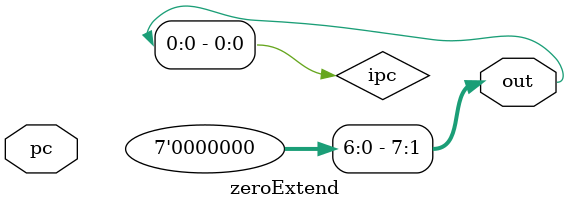
<source format=v>
`timescale 1ns/1ns 
module zeroExtend(input [4:0] pc,output [7:0] out);
  assign out = {3'b0,ipc};
endmodule 
</source>
